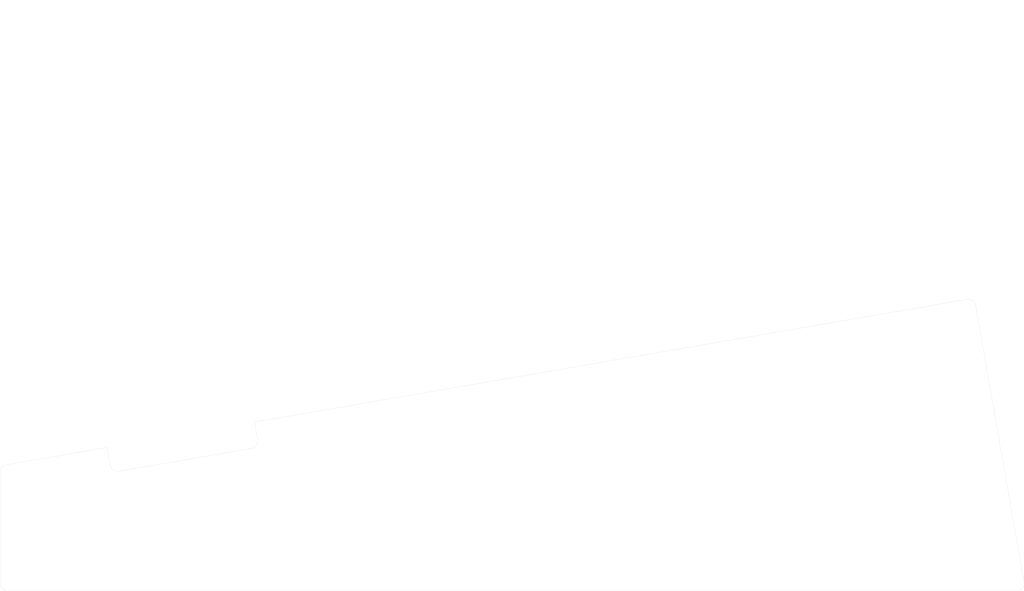
<source format=kicad_pcb>
(kicad_pcb (version 3) (host pcbnew "(2013-mar-13)-testing")

  (general
    (links 0)
    (no_connects 0)
    (area 112.998566 87.996632 181.40612 107.475565)
    (thickness 1.6)
    (drawings 15)
    (tracks 0)
    (zones 0)
    (modules 0)
    (nets 1)
  )

  (page A4)
  (title_block
    (title "Ultimate Hacking Keyboard - LED Display Insulator Layer")
    (rev 3)
    (company "Ultimate Gadget Laboratories Kft.")
  )

  (layers
    (15 F.Cu signal)
    (0 B.Cu signal)
    (16 B.Adhes user)
    (17 F.Adhes user)
    (18 B.Paste user)
    (19 F.Paste user)
    (20 B.SilkS user)
    (21 F.SilkS user)
    (22 B.Mask user)
    (23 F.Mask user)
    (24 Dwgs.User user)
    (25 Cmts.User user)
    (26 Eco1.User user)
    (27 Eco2.User user)
    (28 Edge.Cuts user)
  )

  (setup
    (last_trace_width 0.254)
    (trace_clearance 0.254)
    (zone_clearance 0.508)
    (zone_45_only no)
    (trace_min 0.254)
    (segment_width 0.2)
    (edge_width 0.1)
    (via_size 0.889)
    (via_drill 0.635)
    (via_min_size 0.889)
    (via_min_drill 0.508)
    (uvia_size 0.508)
    (uvia_drill 0.127)
    (uvias_allowed no)
    (uvia_min_size 0.508)
    (uvia_min_drill 0.127)
    (pcb_text_width 0.3)
    (pcb_text_size 1.5 1.5)
    (mod_edge_width 0.15)
    (mod_text_size 1 1)
    (mod_text_width 0.15)
    (pad_size 1.5 1.5)
    (pad_drill 0.6)
    (pad_to_mask_clearance 0)
    (aux_axis_origin 0 0)
    (visible_elements FFFFF77F)
    (pcbplotparams
      (layerselection 3178497)
      (usegerberextensions true)
      (excludeedgelayer true)
      (linewidth 0.150000)
      (plotframeref false)
      (viasonmask false)
      (mode 1)
      (useauxorigin false)
      (hpglpennumber 1)
      (hpglpenspeed 20)
      (hpglpendiameter 15)
      (hpglpenoverlay 2)
      (psnegative false)
      (psa4output false)
      (plotreference true)
      (plotvalue true)
      (plotothertext true)
      (plotinvisibletext false)
      (padsonsilk false)
      (subtractmaskfromsilk false)
      (outputformat 1)
      (mirror false)
      (drillshape 1)
      (scaleselection 1)
      (outputdirectory ""))
  )

  (net 0 "")

  (net_class Default "This is the default net class."
    (clearance 0.254)
    (trace_width 0.254)
    (via_dia 0.889)
    (via_drill 0.635)
    (uvia_dia 0.508)
    (uvia_drill 0.127)
    (add_net "")
  )

  (gr_text "* 0.5mm board thickness\n* all copper must be etched away from both sides\n* no soldermask\n* no silkscreen" (at 113.28 73.03) (layer Cmts.User)
    (effects (font (size 1.5 1.5) (thickness 0.3)) (justify left))
  )
  (gr_arc (start 120.844872 98.988875) (end 120.352127 99.073712) (angle -89.99738092) (layer Edge.Cuts) (width 0.01))
  (gr_arc (start 129.714397 97.461946) (end 129.799233 97.954708) (angle -89.99882356) (layer Edge.Cuts) (width 0.01))
  (gr_line (start 129.799233 97.954708) (end 120.929707 99.481625) (angle 90) (layer Edge.Cuts) (width 0.01))
  (gr_line (start 130.003567 96.194531) (end 130.207157 97.377133) (angle 90) (layer Edge.Cuts) (width 0.01))
  (gr_line (start 120.352127 99.073712) (end 120.148537 97.89111) (angle 90) (layer Edge.Cuts) (width 0.01))
  (gr_line (start 130.003567 96.194531) (end 177.594204 88.001644) (angle 90) (layer Edge.Cuts) (width 0.01))
  (gr_line (start 178.171566 88.408306) (end 181.401119 106.884472) (angle 90) (layer Edge.Cuts) (width 0.01))
  (gr_line (start 113.418739 99.049664) (end 120.148537 97.89111) (angle 90) (layer Edge.Cuts) (width 0.01))
  (gr_line (start 113.003567 106.970562) (end 113.003567 99.542416) (angle 90) (layer Edge.Cuts) (width 0.01))
  (gr_line (start 180.908589 107.470562) (end 113.503567 107.470562) (angle 90) (layer Edge.Cuts) (width 0.01))
  (gr_arc (start 177.679031 88.494408) (end 178.171566 88.408306) (angle -89.83925736) (layer Edge.Cuts) (width 0.01))
  (gr_arc (start 113.503567 99.542411) (end 113.418739 99.049664) (angle -80.22798794) (layer Edge.Cuts) (width 0.01))
  (gr_arc (start 113.503561 106.97057) (end 113.003567 106.970562) (angle -90.00732337) (layer Edge.Cuts) (width 0.01))
  (gr_arc (start 180.908587 106.97057) (end 180.908589 107.470562) (angle -99.9114729) (layer Edge.Cuts) (width 0.01))

)

</source>
